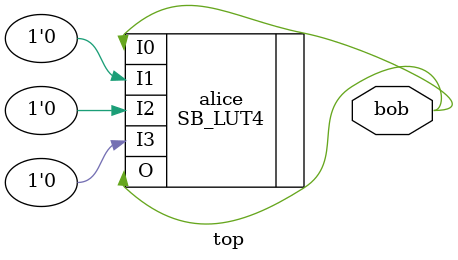
<source format=v>
module top(output bob);
	(* syn_noprune *)
	SB_LUT4 #(
		.LUT_INIT(16'b0000_0000_0000_0000)
	) alice (
		.I0(bob),
		.I1(1'b0),
		.I2(1'b0),
		.I3(1'b0),
		.O(bob)
	);
endmodule

</source>
